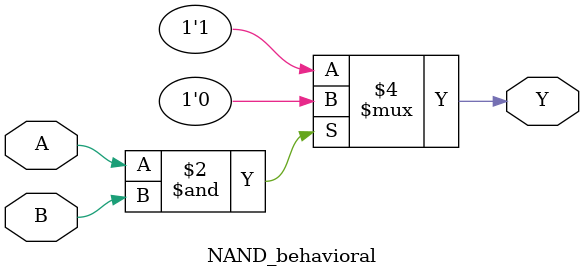
<source format=v>
module NAND_behavioral(output reg Y, input A, B);
  always @ (A or B) begin
    if (A & B)   
      Y = 1'b0; 
    else
      Y = 1'b1; 
  end
endmodule

</source>
